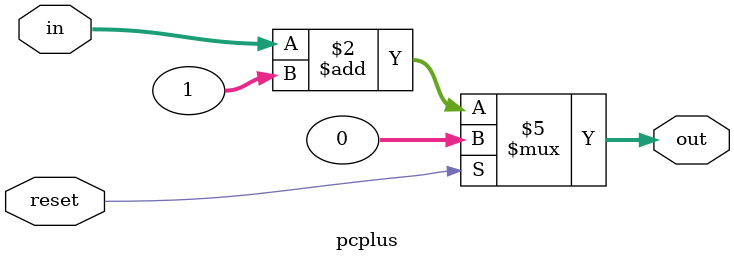
<source format=v>
`timescale 1ns / 1ps
module pcplus#(parameter CSIZE = 31)(
input reset,
input[CSIZE:0] in,
output reg[CSIZE:0]out
    );

initial 
begin
out <= 0;
end

always@*
begin

	if(reset) out <= 0;
	else out <= in + 1;

end

endmodule

</source>
